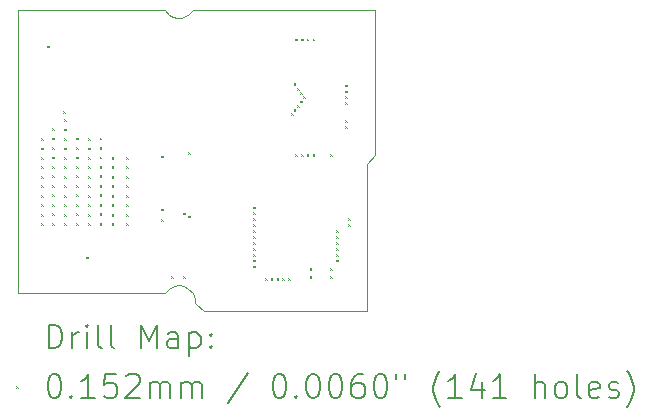
<source format=gbr>
%TF.GenerationSoftware,KiCad,Pcbnew,8.0.5*%
%TF.CreationDate,2025-10-23T09:57:47-05:00*%
%TF.ProjectId,iris-128s,69726973-2d31-4323-9873-2e6b69636164,1*%
%TF.SameCoordinates,Original*%
%TF.FileFunction,Drillmap*%
%TF.FilePolarity,Positive*%
%FSLAX45Y45*%
G04 Gerber Fmt 4.5, Leading zero omitted, Abs format (unit mm)*
G04 Created by KiCad (PCBNEW 8.0.5) date 2025-10-23 09:57:47*
%MOMM*%
%LPD*%
G01*
G04 APERTURE LIST*
%ADD10C,0.050000*%
%ADD11C,0.200000*%
%ADD12C,0.100000*%
G04 APERTURE END LIST*
D10*
X9550000Y-10400000D02*
X9550000Y-8000000D01*
X10990000Y-10360000D02*
X11030000Y-10400000D01*
X11000000Y-8035000D02*
X11030000Y-8000000D01*
X12570000Y-8000000D02*
X12570000Y-9230000D01*
X10790000Y-10400000D02*
X10830000Y-10360000D01*
X10895000Y-8070000D02*
X10930000Y-8070000D01*
X9550000Y-8000000D02*
X10790000Y-8000000D01*
X10830000Y-10360000D02*
X10870000Y-10340000D01*
X10790000Y-10400000D02*
X9550000Y-10400000D01*
X11030000Y-10400000D02*
X11050000Y-10450000D01*
X12100000Y-10550000D02*
X11120000Y-10550000D01*
X10790000Y-8000000D02*
X10825000Y-8040000D01*
X11050000Y-10450000D02*
X11050000Y-10480000D01*
X10950000Y-10340250D02*
X10990000Y-10360000D01*
X10970000Y-8055000D02*
X11000000Y-8035000D01*
X12500000Y-9300000D02*
X12500000Y-10550000D01*
X10910000Y-10330000D02*
X10950000Y-10340250D01*
X10930000Y-8070000D02*
X10970000Y-8055000D01*
X10825000Y-8040000D02*
X10860000Y-8060000D01*
X12570000Y-9230000D02*
X12500000Y-9300000D01*
X11120000Y-10550000D02*
X11050000Y-10480000D01*
X10870000Y-10340000D02*
X10910000Y-10330000D01*
X12500000Y-10550000D02*
X12100000Y-10550000D01*
X10860000Y-8060000D02*
X10895000Y-8070000D01*
X11030000Y-8000000D02*
X12570000Y-8000000D01*
D11*
D12*
X9741222Y-9084900D02*
X9756462Y-9100140D01*
X9756462Y-9084900D02*
X9741222Y-9100140D01*
X9741222Y-9164900D02*
X9756462Y-9180140D01*
X9756462Y-9164900D02*
X9741222Y-9180140D01*
X9741222Y-9244900D02*
X9756462Y-9260140D01*
X9756462Y-9244900D02*
X9741222Y-9260140D01*
X9741222Y-9324900D02*
X9756462Y-9340140D01*
X9756462Y-9324900D02*
X9741222Y-9340140D01*
X9741222Y-9404900D02*
X9756462Y-9420140D01*
X9756462Y-9404900D02*
X9741222Y-9420140D01*
X9741222Y-9484900D02*
X9756462Y-9500140D01*
X9756462Y-9484900D02*
X9741222Y-9500140D01*
X9741222Y-9564900D02*
X9756462Y-9580140D01*
X9756462Y-9564900D02*
X9741222Y-9580140D01*
X9741222Y-9644900D02*
X9756462Y-9660140D01*
X9756462Y-9644900D02*
X9741222Y-9660140D01*
X9741222Y-9724900D02*
X9756462Y-9740140D01*
X9756462Y-9724900D02*
X9741222Y-9740140D01*
X9741222Y-9804900D02*
X9756462Y-9820140D01*
X9756462Y-9804900D02*
X9741222Y-9820140D01*
X9796780Y-8300890D02*
X9812020Y-8316130D01*
X9812020Y-8300890D02*
X9796780Y-8316130D01*
X9839390Y-9001102D02*
X9854630Y-9016342D01*
X9854630Y-9001102D02*
X9839390Y-9016342D01*
X9839390Y-9081102D02*
X9854630Y-9096342D01*
X9854630Y-9081102D02*
X9839390Y-9096342D01*
X9839390Y-9161102D02*
X9854630Y-9176342D01*
X9854630Y-9161102D02*
X9839390Y-9176342D01*
X9839390Y-9241102D02*
X9854630Y-9256342D01*
X9854630Y-9241102D02*
X9839390Y-9256342D01*
X9839390Y-9321102D02*
X9854630Y-9336342D01*
X9854630Y-9321102D02*
X9839390Y-9336342D01*
X9839390Y-9401102D02*
X9854630Y-9416342D01*
X9854630Y-9401102D02*
X9839390Y-9416342D01*
X9839390Y-9481102D02*
X9854630Y-9496342D01*
X9854630Y-9481102D02*
X9839390Y-9496342D01*
X9839390Y-9561102D02*
X9854630Y-9576342D01*
X9854630Y-9561102D02*
X9839390Y-9576342D01*
X9839390Y-9641102D02*
X9854630Y-9656342D01*
X9854630Y-9641102D02*
X9839390Y-9656342D01*
X9839390Y-9721102D02*
X9854630Y-9736342D01*
X9854630Y-9721102D02*
X9839390Y-9736342D01*
X9839390Y-9801102D02*
X9854630Y-9816342D01*
X9854630Y-9801102D02*
X9839390Y-9816342D01*
X9933602Y-8855060D02*
X9948842Y-8870300D01*
X9948842Y-8855060D02*
X9933602Y-8870300D01*
X9941222Y-8924900D02*
X9956462Y-8940140D01*
X9956462Y-8924900D02*
X9941222Y-8940140D01*
X9941222Y-9004900D02*
X9956462Y-9020140D01*
X9956462Y-9004900D02*
X9941222Y-9020140D01*
X9941222Y-9084900D02*
X9956462Y-9100140D01*
X9956462Y-9084900D02*
X9941222Y-9100140D01*
X9941222Y-9164900D02*
X9956462Y-9180140D01*
X9956462Y-9164900D02*
X9941222Y-9180140D01*
X9941222Y-9244900D02*
X9956462Y-9260140D01*
X9956462Y-9244900D02*
X9941222Y-9260140D01*
X9941222Y-9324900D02*
X9956462Y-9340140D01*
X9956462Y-9324900D02*
X9941222Y-9340140D01*
X9941222Y-9404900D02*
X9956462Y-9420140D01*
X9956462Y-9404900D02*
X9941222Y-9420140D01*
X9941222Y-9484900D02*
X9956462Y-9500140D01*
X9956462Y-9484900D02*
X9941222Y-9500140D01*
X9941222Y-9564900D02*
X9956462Y-9580140D01*
X9956462Y-9564900D02*
X9941222Y-9580140D01*
X9941222Y-9644900D02*
X9956462Y-9660140D01*
X9956462Y-9644900D02*
X9941222Y-9660140D01*
X9941222Y-9724900D02*
X9956462Y-9740140D01*
X9956462Y-9724900D02*
X9941222Y-9740140D01*
X9941222Y-9804900D02*
X9956462Y-9820140D01*
X9956462Y-9804900D02*
X9941222Y-9820140D01*
X10039390Y-9081102D02*
X10054630Y-9096342D01*
X10054630Y-9081102D02*
X10039390Y-9096342D01*
X10039390Y-9161102D02*
X10054630Y-9176342D01*
X10054630Y-9161102D02*
X10039390Y-9176342D01*
X10039390Y-9241102D02*
X10054630Y-9256342D01*
X10054630Y-9241102D02*
X10039390Y-9256342D01*
X10039390Y-9321102D02*
X10054630Y-9336342D01*
X10054630Y-9321102D02*
X10039390Y-9336342D01*
X10039390Y-9401102D02*
X10054630Y-9416342D01*
X10054630Y-9401102D02*
X10039390Y-9416342D01*
X10039390Y-9481102D02*
X10054630Y-9496342D01*
X10054630Y-9481102D02*
X10039390Y-9496342D01*
X10039390Y-9561102D02*
X10054630Y-9576342D01*
X10054630Y-9561102D02*
X10039390Y-9576342D01*
X10039390Y-9641102D02*
X10054630Y-9656342D01*
X10054630Y-9641102D02*
X10039390Y-9656342D01*
X10039390Y-9721102D02*
X10054630Y-9736342D01*
X10054630Y-9721102D02*
X10039390Y-9736342D01*
X10039390Y-9801102D02*
X10054630Y-9816342D01*
X10054630Y-9801102D02*
X10039390Y-9816342D01*
X10124186Y-10087440D02*
X10139426Y-10102680D01*
X10139426Y-10087440D02*
X10124186Y-10102680D01*
X10141222Y-9084900D02*
X10156462Y-9100140D01*
X10156462Y-9084900D02*
X10141222Y-9100140D01*
X10141222Y-9164900D02*
X10156462Y-9180140D01*
X10156462Y-9164900D02*
X10141222Y-9180140D01*
X10141222Y-9244900D02*
X10156462Y-9260140D01*
X10156462Y-9244900D02*
X10141222Y-9260140D01*
X10141222Y-9324900D02*
X10156462Y-9340140D01*
X10156462Y-9324900D02*
X10141222Y-9340140D01*
X10141222Y-9404900D02*
X10156462Y-9420140D01*
X10156462Y-9404900D02*
X10141222Y-9420140D01*
X10141222Y-9484900D02*
X10156462Y-9500140D01*
X10156462Y-9484900D02*
X10141222Y-9500140D01*
X10141222Y-9564900D02*
X10156462Y-9580140D01*
X10156462Y-9564900D02*
X10141222Y-9580140D01*
X10141222Y-9644900D02*
X10156462Y-9660140D01*
X10156462Y-9644900D02*
X10141222Y-9660140D01*
X10141222Y-9724900D02*
X10156462Y-9740140D01*
X10156462Y-9724900D02*
X10141222Y-9740140D01*
X10141222Y-9804900D02*
X10156462Y-9820140D01*
X10156462Y-9804900D02*
X10141222Y-9820140D01*
X10239390Y-9081102D02*
X10254630Y-9096342D01*
X10254630Y-9081102D02*
X10239390Y-9096342D01*
X10239390Y-9161102D02*
X10254630Y-9176342D01*
X10254630Y-9161102D02*
X10239390Y-9176342D01*
X10239390Y-9241102D02*
X10254630Y-9256342D01*
X10254630Y-9241102D02*
X10239390Y-9256342D01*
X10239390Y-9321102D02*
X10254630Y-9336342D01*
X10254630Y-9321102D02*
X10239390Y-9336342D01*
X10239390Y-9401102D02*
X10254630Y-9416342D01*
X10254630Y-9401102D02*
X10239390Y-9416342D01*
X10239390Y-9481102D02*
X10254630Y-9496342D01*
X10254630Y-9481102D02*
X10239390Y-9496342D01*
X10239390Y-9561102D02*
X10254630Y-9576342D01*
X10254630Y-9561102D02*
X10239390Y-9576342D01*
X10239390Y-9641102D02*
X10254630Y-9656342D01*
X10254630Y-9641102D02*
X10239390Y-9656342D01*
X10239390Y-9721102D02*
X10254630Y-9736342D01*
X10254630Y-9721102D02*
X10239390Y-9736342D01*
X10239390Y-9801102D02*
X10254630Y-9816342D01*
X10254630Y-9801102D02*
X10239390Y-9816342D01*
X10341222Y-9244900D02*
X10356462Y-9260140D01*
X10356462Y-9244900D02*
X10341222Y-9260140D01*
X10341222Y-9324900D02*
X10356462Y-9340140D01*
X10356462Y-9324900D02*
X10341222Y-9340140D01*
X10341222Y-9404900D02*
X10356462Y-9420140D01*
X10356462Y-9404900D02*
X10341222Y-9420140D01*
X10341222Y-9484900D02*
X10356462Y-9500140D01*
X10356462Y-9484900D02*
X10341222Y-9500140D01*
X10341222Y-9564900D02*
X10356462Y-9580140D01*
X10356462Y-9564900D02*
X10341222Y-9580140D01*
X10341222Y-9644900D02*
X10356462Y-9660140D01*
X10356462Y-9644900D02*
X10341222Y-9660140D01*
X10341222Y-9724900D02*
X10356462Y-9740140D01*
X10356462Y-9724900D02*
X10341222Y-9740140D01*
X10341222Y-9804900D02*
X10356462Y-9820140D01*
X10356462Y-9804900D02*
X10341222Y-9820140D01*
X10461222Y-9244900D02*
X10476462Y-9260140D01*
X10476462Y-9244900D02*
X10461222Y-9260140D01*
X10461222Y-9324900D02*
X10476462Y-9340140D01*
X10476462Y-9324900D02*
X10461222Y-9340140D01*
X10461222Y-9404900D02*
X10476462Y-9420140D01*
X10476462Y-9404900D02*
X10461222Y-9420140D01*
X10461222Y-9484900D02*
X10476462Y-9500140D01*
X10476462Y-9484900D02*
X10461222Y-9500140D01*
X10461222Y-9564900D02*
X10476462Y-9580140D01*
X10476462Y-9564900D02*
X10461222Y-9580140D01*
X10461222Y-9644900D02*
X10476462Y-9660140D01*
X10476462Y-9644900D02*
X10461222Y-9660140D01*
X10461222Y-9724900D02*
X10476462Y-9740140D01*
X10476462Y-9724900D02*
X10461222Y-9740140D01*
X10461222Y-9804900D02*
X10476462Y-9820140D01*
X10476462Y-9804900D02*
X10461222Y-9820140D01*
X10762437Y-9682366D02*
X10777677Y-9697606D01*
X10777677Y-9682366D02*
X10762437Y-9697606D01*
X10762437Y-9768078D02*
X10777677Y-9783318D01*
X10777677Y-9768078D02*
X10762437Y-9783318D01*
X10762488Y-9233154D02*
X10777728Y-9248394D01*
X10777728Y-9233154D02*
X10762488Y-9248394D01*
X10845292Y-10250678D02*
X10860532Y-10265918D01*
X10860532Y-10250678D02*
X10845292Y-10265918D01*
X10944301Y-9715754D02*
X10959541Y-9730994D01*
X10959541Y-9715754D02*
X10944301Y-9730994D01*
X10944301Y-10250678D02*
X10959541Y-10265918D01*
X10959541Y-10250678D02*
X10944301Y-10265918D01*
X10987481Y-9740138D02*
X11002721Y-9755378D01*
X11002721Y-9740138D02*
X10987481Y-9755378D01*
X10988497Y-9205100D02*
X11003737Y-9220340D01*
X11003737Y-9205100D02*
X10988497Y-9220340D01*
X11539220Y-9664026D02*
X11554460Y-9679266D01*
X11554460Y-9664026D02*
X11539220Y-9679266D01*
X11539220Y-9714026D02*
X11554460Y-9729266D01*
X11554460Y-9714026D02*
X11539220Y-9729266D01*
X11539220Y-9764026D02*
X11554460Y-9779266D01*
X11554460Y-9764026D02*
X11539220Y-9779266D01*
X11539220Y-9814026D02*
X11554460Y-9829266D01*
X11554460Y-9814026D02*
X11539220Y-9829266D01*
X11539220Y-9864026D02*
X11554460Y-9879266D01*
X11554460Y-9864026D02*
X11539220Y-9879266D01*
X11539220Y-9914026D02*
X11554460Y-9929266D01*
X11554460Y-9914026D02*
X11539220Y-9929266D01*
X11539220Y-9964026D02*
X11554460Y-9979266D01*
X11554460Y-9964026D02*
X11539220Y-9979266D01*
X11539220Y-10014026D02*
X11554460Y-10029266D01*
X11554460Y-10014026D02*
X11539220Y-10029266D01*
X11539220Y-10064026D02*
X11554460Y-10079266D01*
X11554460Y-10064026D02*
X11539220Y-10079266D01*
X11539220Y-10114026D02*
X11554460Y-10129266D01*
X11554460Y-10114026D02*
X11539220Y-10129266D01*
X11539220Y-10163980D02*
X11554460Y-10179220D01*
X11554460Y-10163980D02*
X11539220Y-10179220D01*
X11637380Y-10270800D02*
X11652620Y-10286040D01*
X11652620Y-10270800D02*
X11637380Y-10286040D01*
X11687380Y-10270800D02*
X11702620Y-10286040D01*
X11702620Y-10270800D02*
X11687380Y-10286040D01*
X11737380Y-10270800D02*
X11752620Y-10286040D01*
X11752620Y-10270800D02*
X11737380Y-10286040D01*
X11787380Y-10270800D02*
X11802620Y-10286040D01*
X11802620Y-10270800D02*
X11787380Y-10286040D01*
X11837380Y-10270800D02*
X11852620Y-10286040D01*
X11852620Y-10270800D02*
X11837380Y-10286040D01*
X11862296Y-8874454D02*
X11877536Y-8889694D01*
X11877536Y-8874454D02*
X11862296Y-8889694D01*
X11882296Y-8622454D02*
X11897536Y-8637694D01*
X11897536Y-8622454D02*
X11882296Y-8637694D01*
X11882296Y-8839454D02*
X11897536Y-8854694D01*
X11897536Y-8839454D02*
X11882296Y-8854694D01*
X11892316Y-9222486D02*
X11907556Y-9237726D01*
X11907556Y-9222486D02*
X11892316Y-9237726D01*
X11892456Y-8242300D02*
X11907696Y-8257540D01*
X11907696Y-8242300D02*
X11892456Y-8257540D01*
X11912296Y-8802454D02*
X11927536Y-8817694D01*
X11927536Y-8802454D02*
X11912296Y-8817694D01*
X11914836Y-8662454D02*
X11930076Y-8677694D01*
X11930076Y-8662454D02*
X11914836Y-8677694D01*
X11937296Y-8767454D02*
X11952536Y-8782694D01*
X11952536Y-8767454D02*
X11937296Y-8782694D01*
X11939836Y-8697454D02*
X11955076Y-8712694D01*
X11955076Y-8697454D02*
X11939836Y-8712694D01*
X11942316Y-9222486D02*
X11957556Y-9237726D01*
X11957556Y-9222486D02*
X11942316Y-9237726D01*
X11942456Y-8242300D02*
X11957696Y-8257540D01*
X11957696Y-8242300D02*
X11942456Y-8257540D01*
X11962296Y-8732454D02*
X11977536Y-8747694D01*
X11977536Y-8732454D02*
X11962296Y-8747694D01*
X11992316Y-9222486D02*
X12007556Y-9237726D01*
X12007556Y-9222486D02*
X11992316Y-9237726D01*
X11992456Y-8242300D02*
X12007696Y-8257540D01*
X12007696Y-8242300D02*
X11992456Y-8257540D01*
X12017462Y-10188536D02*
X12032702Y-10203776D01*
X12032702Y-10188536D02*
X12017462Y-10203776D01*
X12017462Y-10252036D02*
X12032702Y-10267276D01*
X12032702Y-10252036D02*
X12017462Y-10267276D01*
X12042316Y-9222486D02*
X12057556Y-9237726D01*
X12057556Y-9222486D02*
X12042316Y-9237726D01*
X12042456Y-8242300D02*
X12057696Y-8257540D01*
X12057696Y-8242300D02*
X12042456Y-8257540D01*
X12187642Y-10188536D02*
X12202882Y-10203776D01*
X12202882Y-10188536D02*
X12187642Y-10203776D01*
X12187642Y-10252036D02*
X12202882Y-10267276D01*
X12202882Y-10252036D02*
X12187642Y-10267276D01*
X12192380Y-9222380D02*
X12207620Y-9237620D01*
X12207620Y-9222380D02*
X12192380Y-9237620D01*
X12239882Y-10064044D02*
X12255122Y-10079284D01*
X12255122Y-10064044D02*
X12239882Y-10079284D01*
X12239882Y-10114044D02*
X12255122Y-10129284D01*
X12255122Y-10114044D02*
X12239882Y-10129284D01*
X12240072Y-9863980D02*
X12255312Y-9879220D01*
X12255312Y-9863980D02*
X12240072Y-9879220D01*
X12240072Y-9913980D02*
X12255312Y-9929220D01*
X12255312Y-9913980D02*
X12240072Y-9929220D01*
X12240072Y-9963980D02*
X12255312Y-9979220D01*
X12255312Y-9963980D02*
X12240072Y-9979220D01*
X12240072Y-10013980D02*
X12255312Y-10029220D01*
X12255312Y-10013980D02*
X12240072Y-10029220D01*
X12318829Y-8981504D02*
X12334069Y-8996744D01*
X12334069Y-8981504D02*
X12318829Y-8996744D01*
X12319000Y-8632444D02*
X12334240Y-8647684D01*
X12334240Y-8632444D02*
X12319000Y-8647684D01*
X12319000Y-8682444D02*
X12334240Y-8697684D01*
X12334240Y-8682444D02*
X12319000Y-8697684D01*
X12319000Y-8732330D02*
X12334240Y-8747570D01*
X12334240Y-8732330D02*
X12319000Y-8747570D01*
X12319000Y-8782444D02*
X12334240Y-8797684D01*
X12334240Y-8782444D02*
X12319000Y-8797684D01*
X12319000Y-8932444D02*
X12334240Y-8947684D01*
X12334240Y-8932444D02*
X12319000Y-8947684D01*
X12341672Y-9813980D02*
X12356912Y-9829220D01*
X12356912Y-9813980D02*
X12341672Y-9829220D01*
X12341860Y-9764044D02*
X12357100Y-9779284D01*
X12357100Y-9764044D02*
X12341860Y-9779284D01*
D11*
X9808277Y-10863984D02*
X9808277Y-10663984D01*
X9808277Y-10663984D02*
X9855896Y-10663984D01*
X9855896Y-10663984D02*
X9884467Y-10673508D01*
X9884467Y-10673508D02*
X9903515Y-10692555D01*
X9903515Y-10692555D02*
X9913039Y-10711603D01*
X9913039Y-10711603D02*
X9922563Y-10749698D01*
X9922563Y-10749698D02*
X9922563Y-10778270D01*
X9922563Y-10778270D02*
X9913039Y-10816365D01*
X9913039Y-10816365D02*
X9903515Y-10835412D01*
X9903515Y-10835412D02*
X9884467Y-10854460D01*
X9884467Y-10854460D02*
X9855896Y-10863984D01*
X9855896Y-10863984D02*
X9808277Y-10863984D01*
X10008277Y-10863984D02*
X10008277Y-10730650D01*
X10008277Y-10768746D02*
X10017801Y-10749698D01*
X10017801Y-10749698D02*
X10027324Y-10740174D01*
X10027324Y-10740174D02*
X10046372Y-10730650D01*
X10046372Y-10730650D02*
X10065420Y-10730650D01*
X10132086Y-10863984D02*
X10132086Y-10730650D01*
X10132086Y-10663984D02*
X10122563Y-10673508D01*
X10122563Y-10673508D02*
X10132086Y-10683031D01*
X10132086Y-10683031D02*
X10141610Y-10673508D01*
X10141610Y-10673508D02*
X10132086Y-10663984D01*
X10132086Y-10663984D02*
X10132086Y-10683031D01*
X10255896Y-10863984D02*
X10236848Y-10854460D01*
X10236848Y-10854460D02*
X10227324Y-10835412D01*
X10227324Y-10835412D02*
X10227324Y-10663984D01*
X10360658Y-10863984D02*
X10341610Y-10854460D01*
X10341610Y-10854460D02*
X10332086Y-10835412D01*
X10332086Y-10835412D02*
X10332086Y-10663984D01*
X10589229Y-10863984D02*
X10589229Y-10663984D01*
X10589229Y-10663984D02*
X10655896Y-10806841D01*
X10655896Y-10806841D02*
X10722563Y-10663984D01*
X10722563Y-10663984D02*
X10722563Y-10863984D01*
X10903515Y-10863984D02*
X10903515Y-10759222D01*
X10903515Y-10759222D02*
X10893991Y-10740174D01*
X10893991Y-10740174D02*
X10874944Y-10730650D01*
X10874944Y-10730650D02*
X10836848Y-10730650D01*
X10836848Y-10730650D02*
X10817801Y-10740174D01*
X10903515Y-10854460D02*
X10884467Y-10863984D01*
X10884467Y-10863984D02*
X10836848Y-10863984D01*
X10836848Y-10863984D02*
X10817801Y-10854460D01*
X10817801Y-10854460D02*
X10808277Y-10835412D01*
X10808277Y-10835412D02*
X10808277Y-10816365D01*
X10808277Y-10816365D02*
X10817801Y-10797317D01*
X10817801Y-10797317D02*
X10836848Y-10787793D01*
X10836848Y-10787793D02*
X10884467Y-10787793D01*
X10884467Y-10787793D02*
X10903515Y-10778270D01*
X10998753Y-10730650D02*
X10998753Y-10930650D01*
X10998753Y-10740174D02*
X11017801Y-10730650D01*
X11017801Y-10730650D02*
X11055896Y-10730650D01*
X11055896Y-10730650D02*
X11074944Y-10740174D01*
X11074944Y-10740174D02*
X11084467Y-10749698D01*
X11084467Y-10749698D02*
X11093991Y-10768746D01*
X11093991Y-10768746D02*
X11093991Y-10825889D01*
X11093991Y-10825889D02*
X11084467Y-10844936D01*
X11084467Y-10844936D02*
X11074944Y-10854460D01*
X11074944Y-10854460D02*
X11055896Y-10863984D01*
X11055896Y-10863984D02*
X11017801Y-10863984D01*
X11017801Y-10863984D02*
X10998753Y-10854460D01*
X11179705Y-10844936D02*
X11189229Y-10854460D01*
X11189229Y-10854460D02*
X11179705Y-10863984D01*
X11179705Y-10863984D02*
X11170182Y-10854460D01*
X11170182Y-10854460D02*
X11179705Y-10844936D01*
X11179705Y-10844936D02*
X11179705Y-10863984D01*
X11179705Y-10740174D02*
X11189229Y-10749698D01*
X11189229Y-10749698D02*
X11179705Y-10759222D01*
X11179705Y-10759222D02*
X11170182Y-10749698D01*
X11170182Y-10749698D02*
X11179705Y-10740174D01*
X11179705Y-10740174D02*
X11179705Y-10759222D01*
D12*
X9532260Y-11184880D02*
X9547500Y-11200120D01*
X9547500Y-11184880D02*
X9532260Y-11200120D01*
D11*
X9846372Y-11083984D02*
X9865420Y-11083984D01*
X9865420Y-11083984D02*
X9884467Y-11093508D01*
X9884467Y-11093508D02*
X9893991Y-11103031D01*
X9893991Y-11103031D02*
X9903515Y-11122079D01*
X9903515Y-11122079D02*
X9913039Y-11160174D01*
X9913039Y-11160174D02*
X9913039Y-11207793D01*
X9913039Y-11207793D02*
X9903515Y-11245888D01*
X9903515Y-11245888D02*
X9893991Y-11264936D01*
X9893991Y-11264936D02*
X9884467Y-11274460D01*
X9884467Y-11274460D02*
X9865420Y-11283984D01*
X9865420Y-11283984D02*
X9846372Y-11283984D01*
X9846372Y-11283984D02*
X9827324Y-11274460D01*
X9827324Y-11274460D02*
X9817801Y-11264936D01*
X9817801Y-11264936D02*
X9808277Y-11245888D01*
X9808277Y-11245888D02*
X9798753Y-11207793D01*
X9798753Y-11207793D02*
X9798753Y-11160174D01*
X9798753Y-11160174D02*
X9808277Y-11122079D01*
X9808277Y-11122079D02*
X9817801Y-11103031D01*
X9817801Y-11103031D02*
X9827324Y-11093508D01*
X9827324Y-11093508D02*
X9846372Y-11083984D01*
X9998753Y-11264936D02*
X10008277Y-11274460D01*
X10008277Y-11274460D02*
X9998753Y-11283984D01*
X9998753Y-11283984D02*
X9989229Y-11274460D01*
X9989229Y-11274460D02*
X9998753Y-11264936D01*
X9998753Y-11264936D02*
X9998753Y-11283984D01*
X10198753Y-11283984D02*
X10084467Y-11283984D01*
X10141610Y-11283984D02*
X10141610Y-11083984D01*
X10141610Y-11083984D02*
X10122563Y-11112555D01*
X10122563Y-11112555D02*
X10103515Y-11131603D01*
X10103515Y-11131603D02*
X10084467Y-11141127D01*
X10379705Y-11083984D02*
X10284467Y-11083984D01*
X10284467Y-11083984D02*
X10274944Y-11179222D01*
X10274944Y-11179222D02*
X10284467Y-11169698D01*
X10284467Y-11169698D02*
X10303515Y-11160174D01*
X10303515Y-11160174D02*
X10351134Y-11160174D01*
X10351134Y-11160174D02*
X10370182Y-11169698D01*
X10370182Y-11169698D02*
X10379705Y-11179222D01*
X10379705Y-11179222D02*
X10389229Y-11198269D01*
X10389229Y-11198269D02*
X10389229Y-11245888D01*
X10389229Y-11245888D02*
X10379705Y-11264936D01*
X10379705Y-11264936D02*
X10370182Y-11274460D01*
X10370182Y-11274460D02*
X10351134Y-11283984D01*
X10351134Y-11283984D02*
X10303515Y-11283984D01*
X10303515Y-11283984D02*
X10284467Y-11274460D01*
X10284467Y-11274460D02*
X10274944Y-11264936D01*
X10465420Y-11103031D02*
X10474944Y-11093508D01*
X10474944Y-11093508D02*
X10493991Y-11083984D01*
X10493991Y-11083984D02*
X10541610Y-11083984D01*
X10541610Y-11083984D02*
X10560658Y-11093508D01*
X10560658Y-11093508D02*
X10570182Y-11103031D01*
X10570182Y-11103031D02*
X10579705Y-11122079D01*
X10579705Y-11122079D02*
X10579705Y-11141127D01*
X10579705Y-11141127D02*
X10570182Y-11169698D01*
X10570182Y-11169698D02*
X10455896Y-11283984D01*
X10455896Y-11283984D02*
X10579705Y-11283984D01*
X10665420Y-11283984D02*
X10665420Y-11150650D01*
X10665420Y-11169698D02*
X10674944Y-11160174D01*
X10674944Y-11160174D02*
X10693991Y-11150650D01*
X10693991Y-11150650D02*
X10722563Y-11150650D01*
X10722563Y-11150650D02*
X10741610Y-11160174D01*
X10741610Y-11160174D02*
X10751134Y-11179222D01*
X10751134Y-11179222D02*
X10751134Y-11283984D01*
X10751134Y-11179222D02*
X10760658Y-11160174D01*
X10760658Y-11160174D02*
X10779705Y-11150650D01*
X10779705Y-11150650D02*
X10808277Y-11150650D01*
X10808277Y-11150650D02*
X10827325Y-11160174D01*
X10827325Y-11160174D02*
X10836848Y-11179222D01*
X10836848Y-11179222D02*
X10836848Y-11283984D01*
X10932086Y-11283984D02*
X10932086Y-11150650D01*
X10932086Y-11169698D02*
X10941610Y-11160174D01*
X10941610Y-11160174D02*
X10960658Y-11150650D01*
X10960658Y-11150650D02*
X10989229Y-11150650D01*
X10989229Y-11150650D02*
X11008277Y-11160174D01*
X11008277Y-11160174D02*
X11017801Y-11179222D01*
X11017801Y-11179222D02*
X11017801Y-11283984D01*
X11017801Y-11179222D02*
X11027325Y-11160174D01*
X11027325Y-11160174D02*
X11046372Y-11150650D01*
X11046372Y-11150650D02*
X11074944Y-11150650D01*
X11074944Y-11150650D02*
X11093991Y-11160174D01*
X11093991Y-11160174D02*
X11103515Y-11179222D01*
X11103515Y-11179222D02*
X11103515Y-11283984D01*
X11493991Y-11074460D02*
X11322563Y-11331603D01*
X11751134Y-11083984D02*
X11770182Y-11083984D01*
X11770182Y-11083984D02*
X11789229Y-11093508D01*
X11789229Y-11093508D02*
X11798753Y-11103031D01*
X11798753Y-11103031D02*
X11808277Y-11122079D01*
X11808277Y-11122079D02*
X11817801Y-11160174D01*
X11817801Y-11160174D02*
X11817801Y-11207793D01*
X11817801Y-11207793D02*
X11808277Y-11245888D01*
X11808277Y-11245888D02*
X11798753Y-11264936D01*
X11798753Y-11264936D02*
X11789229Y-11274460D01*
X11789229Y-11274460D02*
X11770182Y-11283984D01*
X11770182Y-11283984D02*
X11751134Y-11283984D01*
X11751134Y-11283984D02*
X11732086Y-11274460D01*
X11732086Y-11274460D02*
X11722563Y-11264936D01*
X11722563Y-11264936D02*
X11713039Y-11245888D01*
X11713039Y-11245888D02*
X11703515Y-11207793D01*
X11703515Y-11207793D02*
X11703515Y-11160174D01*
X11703515Y-11160174D02*
X11713039Y-11122079D01*
X11713039Y-11122079D02*
X11722563Y-11103031D01*
X11722563Y-11103031D02*
X11732086Y-11093508D01*
X11732086Y-11093508D02*
X11751134Y-11083984D01*
X11903515Y-11264936D02*
X11913039Y-11274460D01*
X11913039Y-11274460D02*
X11903515Y-11283984D01*
X11903515Y-11283984D02*
X11893991Y-11274460D01*
X11893991Y-11274460D02*
X11903515Y-11264936D01*
X11903515Y-11264936D02*
X11903515Y-11283984D01*
X12036848Y-11083984D02*
X12055896Y-11083984D01*
X12055896Y-11083984D02*
X12074944Y-11093508D01*
X12074944Y-11093508D02*
X12084467Y-11103031D01*
X12084467Y-11103031D02*
X12093991Y-11122079D01*
X12093991Y-11122079D02*
X12103515Y-11160174D01*
X12103515Y-11160174D02*
X12103515Y-11207793D01*
X12103515Y-11207793D02*
X12093991Y-11245888D01*
X12093991Y-11245888D02*
X12084467Y-11264936D01*
X12084467Y-11264936D02*
X12074944Y-11274460D01*
X12074944Y-11274460D02*
X12055896Y-11283984D01*
X12055896Y-11283984D02*
X12036848Y-11283984D01*
X12036848Y-11283984D02*
X12017801Y-11274460D01*
X12017801Y-11274460D02*
X12008277Y-11264936D01*
X12008277Y-11264936D02*
X11998753Y-11245888D01*
X11998753Y-11245888D02*
X11989229Y-11207793D01*
X11989229Y-11207793D02*
X11989229Y-11160174D01*
X11989229Y-11160174D02*
X11998753Y-11122079D01*
X11998753Y-11122079D02*
X12008277Y-11103031D01*
X12008277Y-11103031D02*
X12017801Y-11093508D01*
X12017801Y-11093508D02*
X12036848Y-11083984D01*
X12227325Y-11083984D02*
X12246372Y-11083984D01*
X12246372Y-11083984D02*
X12265420Y-11093508D01*
X12265420Y-11093508D02*
X12274944Y-11103031D01*
X12274944Y-11103031D02*
X12284467Y-11122079D01*
X12284467Y-11122079D02*
X12293991Y-11160174D01*
X12293991Y-11160174D02*
X12293991Y-11207793D01*
X12293991Y-11207793D02*
X12284467Y-11245888D01*
X12284467Y-11245888D02*
X12274944Y-11264936D01*
X12274944Y-11264936D02*
X12265420Y-11274460D01*
X12265420Y-11274460D02*
X12246372Y-11283984D01*
X12246372Y-11283984D02*
X12227325Y-11283984D01*
X12227325Y-11283984D02*
X12208277Y-11274460D01*
X12208277Y-11274460D02*
X12198753Y-11264936D01*
X12198753Y-11264936D02*
X12189229Y-11245888D01*
X12189229Y-11245888D02*
X12179706Y-11207793D01*
X12179706Y-11207793D02*
X12179706Y-11160174D01*
X12179706Y-11160174D02*
X12189229Y-11122079D01*
X12189229Y-11122079D02*
X12198753Y-11103031D01*
X12198753Y-11103031D02*
X12208277Y-11093508D01*
X12208277Y-11093508D02*
X12227325Y-11083984D01*
X12465420Y-11083984D02*
X12427325Y-11083984D01*
X12427325Y-11083984D02*
X12408277Y-11093508D01*
X12408277Y-11093508D02*
X12398753Y-11103031D01*
X12398753Y-11103031D02*
X12379706Y-11131603D01*
X12379706Y-11131603D02*
X12370182Y-11169698D01*
X12370182Y-11169698D02*
X12370182Y-11245888D01*
X12370182Y-11245888D02*
X12379706Y-11264936D01*
X12379706Y-11264936D02*
X12389229Y-11274460D01*
X12389229Y-11274460D02*
X12408277Y-11283984D01*
X12408277Y-11283984D02*
X12446372Y-11283984D01*
X12446372Y-11283984D02*
X12465420Y-11274460D01*
X12465420Y-11274460D02*
X12474944Y-11264936D01*
X12474944Y-11264936D02*
X12484467Y-11245888D01*
X12484467Y-11245888D02*
X12484467Y-11198269D01*
X12484467Y-11198269D02*
X12474944Y-11179222D01*
X12474944Y-11179222D02*
X12465420Y-11169698D01*
X12465420Y-11169698D02*
X12446372Y-11160174D01*
X12446372Y-11160174D02*
X12408277Y-11160174D01*
X12408277Y-11160174D02*
X12389229Y-11169698D01*
X12389229Y-11169698D02*
X12379706Y-11179222D01*
X12379706Y-11179222D02*
X12370182Y-11198269D01*
X12608277Y-11083984D02*
X12627325Y-11083984D01*
X12627325Y-11083984D02*
X12646372Y-11093508D01*
X12646372Y-11093508D02*
X12655896Y-11103031D01*
X12655896Y-11103031D02*
X12665420Y-11122079D01*
X12665420Y-11122079D02*
X12674944Y-11160174D01*
X12674944Y-11160174D02*
X12674944Y-11207793D01*
X12674944Y-11207793D02*
X12665420Y-11245888D01*
X12665420Y-11245888D02*
X12655896Y-11264936D01*
X12655896Y-11264936D02*
X12646372Y-11274460D01*
X12646372Y-11274460D02*
X12627325Y-11283984D01*
X12627325Y-11283984D02*
X12608277Y-11283984D01*
X12608277Y-11283984D02*
X12589229Y-11274460D01*
X12589229Y-11274460D02*
X12579706Y-11264936D01*
X12579706Y-11264936D02*
X12570182Y-11245888D01*
X12570182Y-11245888D02*
X12560658Y-11207793D01*
X12560658Y-11207793D02*
X12560658Y-11160174D01*
X12560658Y-11160174D02*
X12570182Y-11122079D01*
X12570182Y-11122079D02*
X12579706Y-11103031D01*
X12579706Y-11103031D02*
X12589229Y-11093508D01*
X12589229Y-11093508D02*
X12608277Y-11083984D01*
X12751134Y-11083984D02*
X12751134Y-11122079D01*
X12827325Y-11083984D02*
X12827325Y-11122079D01*
X13122563Y-11360174D02*
X13113039Y-11350650D01*
X13113039Y-11350650D02*
X13093991Y-11322079D01*
X13093991Y-11322079D02*
X13084468Y-11303031D01*
X13084468Y-11303031D02*
X13074944Y-11274460D01*
X13074944Y-11274460D02*
X13065420Y-11226841D01*
X13065420Y-11226841D02*
X13065420Y-11188746D01*
X13065420Y-11188746D02*
X13074944Y-11141127D01*
X13074944Y-11141127D02*
X13084468Y-11112555D01*
X13084468Y-11112555D02*
X13093991Y-11093508D01*
X13093991Y-11093508D02*
X13113039Y-11064936D01*
X13113039Y-11064936D02*
X13122563Y-11055412D01*
X13303515Y-11283984D02*
X13189229Y-11283984D01*
X13246372Y-11283984D02*
X13246372Y-11083984D01*
X13246372Y-11083984D02*
X13227325Y-11112555D01*
X13227325Y-11112555D02*
X13208277Y-11131603D01*
X13208277Y-11131603D02*
X13189229Y-11141127D01*
X13474944Y-11150650D02*
X13474944Y-11283984D01*
X13427325Y-11074460D02*
X13379706Y-11217317D01*
X13379706Y-11217317D02*
X13503515Y-11217317D01*
X13684468Y-11283984D02*
X13570182Y-11283984D01*
X13627325Y-11283984D02*
X13627325Y-11083984D01*
X13627325Y-11083984D02*
X13608277Y-11112555D01*
X13608277Y-11112555D02*
X13589229Y-11131603D01*
X13589229Y-11131603D02*
X13570182Y-11141127D01*
X13922563Y-11283984D02*
X13922563Y-11083984D01*
X14008277Y-11283984D02*
X14008277Y-11179222D01*
X14008277Y-11179222D02*
X13998753Y-11160174D01*
X13998753Y-11160174D02*
X13979706Y-11150650D01*
X13979706Y-11150650D02*
X13951134Y-11150650D01*
X13951134Y-11150650D02*
X13932087Y-11160174D01*
X13932087Y-11160174D02*
X13922563Y-11169698D01*
X14132087Y-11283984D02*
X14113039Y-11274460D01*
X14113039Y-11274460D02*
X14103515Y-11264936D01*
X14103515Y-11264936D02*
X14093991Y-11245888D01*
X14093991Y-11245888D02*
X14093991Y-11188746D01*
X14093991Y-11188746D02*
X14103515Y-11169698D01*
X14103515Y-11169698D02*
X14113039Y-11160174D01*
X14113039Y-11160174D02*
X14132087Y-11150650D01*
X14132087Y-11150650D02*
X14160658Y-11150650D01*
X14160658Y-11150650D02*
X14179706Y-11160174D01*
X14179706Y-11160174D02*
X14189230Y-11169698D01*
X14189230Y-11169698D02*
X14198753Y-11188746D01*
X14198753Y-11188746D02*
X14198753Y-11245888D01*
X14198753Y-11245888D02*
X14189230Y-11264936D01*
X14189230Y-11264936D02*
X14179706Y-11274460D01*
X14179706Y-11274460D02*
X14160658Y-11283984D01*
X14160658Y-11283984D02*
X14132087Y-11283984D01*
X14313039Y-11283984D02*
X14293991Y-11274460D01*
X14293991Y-11274460D02*
X14284468Y-11255412D01*
X14284468Y-11255412D02*
X14284468Y-11083984D01*
X14465420Y-11274460D02*
X14446372Y-11283984D01*
X14446372Y-11283984D02*
X14408277Y-11283984D01*
X14408277Y-11283984D02*
X14389230Y-11274460D01*
X14389230Y-11274460D02*
X14379706Y-11255412D01*
X14379706Y-11255412D02*
X14379706Y-11179222D01*
X14379706Y-11179222D02*
X14389230Y-11160174D01*
X14389230Y-11160174D02*
X14408277Y-11150650D01*
X14408277Y-11150650D02*
X14446372Y-11150650D01*
X14446372Y-11150650D02*
X14465420Y-11160174D01*
X14465420Y-11160174D02*
X14474944Y-11179222D01*
X14474944Y-11179222D02*
X14474944Y-11198269D01*
X14474944Y-11198269D02*
X14379706Y-11217317D01*
X14551134Y-11274460D02*
X14570182Y-11283984D01*
X14570182Y-11283984D02*
X14608277Y-11283984D01*
X14608277Y-11283984D02*
X14627325Y-11274460D01*
X14627325Y-11274460D02*
X14636849Y-11255412D01*
X14636849Y-11255412D02*
X14636849Y-11245888D01*
X14636849Y-11245888D02*
X14627325Y-11226841D01*
X14627325Y-11226841D02*
X14608277Y-11217317D01*
X14608277Y-11217317D02*
X14579706Y-11217317D01*
X14579706Y-11217317D02*
X14560658Y-11207793D01*
X14560658Y-11207793D02*
X14551134Y-11188746D01*
X14551134Y-11188746D02*
X14551134Y-11179222D01*
X14551134Y-11179222D02*
X14560658Y-11160174D01*
X14560658Y-11160174D02*
X14579706Y-11150650D01*
X14579706Y-11150650D02*
X14608277Y-11150650D01*
X14608277Y-11150650D02*
X14627325Y-11160174D01*
X14703515Y-11360174D02*
X14713039Y-11350650D01*
X14713039Y-11350650D02*
X14732087Y-11322079D01*
X14732087Y-11322079D02*
X14741611Y-11303031D01*
X14741611Y-11303031D02*
X14751134Y-11274460D01*
X14751134Y-11274460D02*
X14760658Y-11226841D01*
X14760658Y-11226841D02*
X14760658Y-11188746D01*
X14760658Y-11188746D02*
X14751134Y-11141127D01*
X14751134Y-11141127D02*
X14741611Y-11112555D01*
X14741611Y-11112555D02*
X14732087Y-11093508D01*
X14732087Y-11093508D02*
X14713039Y-11064936D01*
X14713039Y-11064936D02*
X14703515Y-11055412D01*
M02*

</source>
